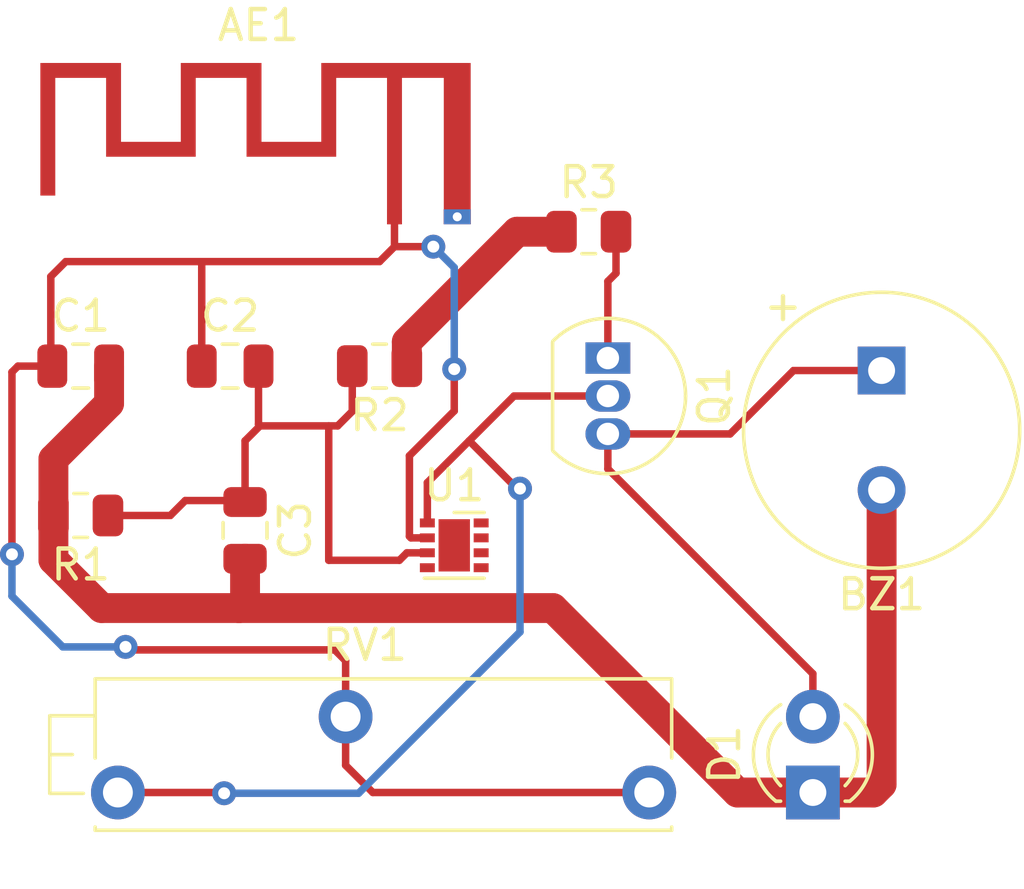
<source format=kicad_pcb>
(kicad_pcb (version 20211014) (generator pcbnew)
  (layers (0 "F.Cu" signal) (31 "B.Cu" signal) (34 "B.Paste" user) (35 "F.Paste" user) (36 "B.SilkS" user "B.Silkscreen") (37 "F.SilkS" user "F.Silkscreen") (38 "B.Mask" user) (39 "F.Mask" user) (44 "Edge.Cuts" user))
  (net 0 "")
  (net 1 "Net-(AE1-Pad1)")
  (net 2 "Net-(BZ1-Pad1)")
  (net 3 "Earth")
  (net 4 "Net-(C2-Pad2)")
  (net 5 "Net-(Q1-Pad1)")
  (net 6 "Net-(Q1-Pad2)")
  (net 7 "+9V")
  (footprint "RF_Antenna:Texas_SWRA117D_2.4GHz_Left" (layer "F.Cu") (at 86.5 49)
    (fp_text reference "AE1" (at -4.55 -6.41) (layer "F.SilkS"))
    (fp_text value "Antenna")
    (fp_poly (pts (xy -2.45 -2.51) (xy -4.45 -2.51) (xy -4.45 -5.15) (xy -7.15 -5.15) (xy -7.15 -2.51) (xy -9.15 -2.51) (xy -9.15 -5.15) (xy -11.85 -5.15) (xy -11.85 -0.71) (xy -11.35 -0.71) (xy -11.35 -4.65) (xy -9.65 -4.65) (xy -9.65 -2.01) (xy -6.65 -2.01) (xy -6.65 -4.65) (xy -4.95 -4.65) (xy -4.95 -2.01) (xy -1.95 -2.01) (xy -1.95 -4.65) (xy -0.25 -4.65) (xy -0.25 0.25) (xy 0.25 0.25) (xy 0.25 -4.65) (xy 1.65 -4.65) (xy 1.65 0.25) (xy 2.55 0.25) (xy 2.55 0.006785) (xy 2.247583 0.006785) (xy 2.237742 0.054395) (xy 2.213674 0.096797) (xy 2.175731 0.129581) (xy 2.167819 0.133935) (xy 2.125156 0.146043) (xy 2.076637 0.1453) (xy 2.031122 0.1324) (xy 2.012511 0.121787) (xy 1.978868 0.086553) (xy 1.958309 0.041368) (xy 1.951778 -0.008158) (xy 1.960218 -0.056417) (xy 1.977112 -0.088643) (xy 2.012372 -0.121313) (xy 2.057682 -0.141408) (xy 2.107267 -0.147982) (xy 2.155353 -0.140092) (xy 2.188245 -0.123186) (xy 2.223185 -0.086416) (xy 2.242847 -0.041622) (xy 2.247583 0.006785) (xy 2.55 0.006785) (xy 2.55 -5.15) (xy -2.45 -5.15) (xy -2.45 -2.51)) (layer "F.Cu") (width 0) (fill solid))
    (pad "1" connect rect (at 0 0) (size 0.5 0.5) (layers "F.Cu") (net 1 "Net-(AE1-Pad1)"))
    (pad "2" thru_hole rect (at 2.1 0) (size 0.9 0.5) (drill 0.3) (layers *.Cu))
  )
  (footprint "Buzzer_Beeper:MagneticBuzzer_CUI_CST-931RP-A" (layer "F.Cu") (at 102.8 54.147139)
    (fp_text reference "BZ1" (at 0 7.5) (layer "F.SilkS"))
    (fp_text value "Buzzer")
    (fp_text user "+" (at -3.3 -2.18) (layer "F.SilkS"))
    (fp_circle (center 0 2) (end 4.62 2) (layer "F.SilkS") (width 0.12) (fill none))
    (pad "1" thru_hole rect (at 0 0) (size 1.6 1.6) (drill 0.9) (layers *.Cu *.Mask) (net 2 "Net-(BZ1-Pad1)"))
    (pad "2" thru_hole circle (at 0 4) (size 1.6 1.6) (drill 0.9) (layers *.Cu *.Mask) (net 3 "Earth"))
  )
  (footprint "Resistor_SMD:R_0805_2012Metric" (layer "F.Cu") (at 76 59 180)
    (fp_text reference "R1" (at 0 -1.65) (layer "F.SilkS"))
    (fp_text value "100k")
    (fp_line (start -0.227064 0.735) (end 0.227064 0.735) (layer "F.SilkS") (width 0.12))
    (fp_line (start -0.227064 -0.735) (end 0.227064 -0.735) (layer "F.SilkS") (width 0.12))
    (pad "1" smd roundrect (at -0.9125 0 180) (size 1.025 1.4) (layers "F.Cu" "F.Paste" "F.Mask") (roundrect_rratio 0.243902) (net 4 "Net-(C2-Pad2)"))
    (pad "2" smd roundrect (at 0.9125 0 180) (size 1.025 1.4) (layers "F.Cu" "F.Paste" "F.Mask") (roundrect_rratio 0.243902) (net 3 "Earth"))
  )
  (footprint "Package_DFN_QFN:DFN-8-1EP_2x2mm_P0.5mm_EP1.05x1.75mm" (layer "F.Cu") (at 88.5 60)
    (fp_text reference "U1" (at 0 -2) (layer "F.SilkS"))
    (fp_text value "LM358_DFN")
    (fp_line (start -1 1.1) (end 1 1.1) (layer "F.SilkS") (width 0.12))
    (fp_line (start 0 -1.1) (end 1 -1.1) (layer "F.SilkS") (width 0.12))
    (pad "1" smd rect (at -0.9 -0.75) (size 0.5 0.3) (layers "F.Cu" "F.Paste" "F.Mask") (net 6 "Net-(Q1-Pad2)"))
    (pad "2" smd rect (at -0.9 -0.25) (size 0.5 0.3) (layers "F.Cu" "F.Paste" "F.Mask") (net 1 "Net-(AE1-Pad1)"))
    (pad "3" smd rect (at -0.9 0.25) (size 0.5 0.3) (layers "F.Cu" "F.Paste" "F.Mask") (net 4 "Net-(C2-Pad2)"))
    (pad "4" smd rect (at -0.9 0.75) (size 0.5 0.3) (layers "F.Cu" "F.Paste" "F.Mask"))
    (pad "5" smd rect (at 0.9 0.75) (size 0.5 0.3) (layers "F.Cu" "F.Paste" "F.Mask"))
    (pad "6" smd rect (at 0.9 0.25) (size 0.5 0.3) (layers "F.Cu" "F.Paste" "F.Mask"))
    (pad "7" smd rect (at 0.9 -0.25) (size 0.5 0.3) (layers "F.Cu" "F.Paste" "F.Mask"))
    (pad "8" smd rect (at 0.9 -0.75) (size 0.5 0.3) (layers "F.Cu" "F.Paste" "F.Mask"))
    (pad "9" smd rect (at 0 0) (size 1.05 1.75) (layers "F.Cu" "F.Mask"))
  )
  (footprint "Capacitor_SMD:C_0805_2012Metric" (layer "F.Cu") (at 76 54)
    (fp_text reference "C1" (at 0 -1.68) (layer "F.SilkS"))
    (fp_text value "1uF")
    (fp_line (start -0.261252 -0.735) (end 0.261252 -0.735) (layer "F.SilkS") (width 0.12))
    (fp_line (start -0.261252 0.735) (end 0.261252 0.735) (layer "F.SilkS") (width 0.12))
    (pad "1" smd roundrect (at -0.95 0) (size 1 1.45) (layers "F.Cu" "F.Paste" "F.Mask") (net 1 "Net-(AE1-Pad1)"))
    (pad "2" smd roundrect (at 0.95 0) (size 1 1.45) (layers "F.Cu" "F.Paste" "F.Mask") (net 3 "Earth"))
  )
  (footprint "Package_TO_SOT_THT:TO-92_Inline" (layer "F.Cu") (at 93.64 53.73 -90)
    (fp_text reference "Q1" (at 1.27 -3.56 90) (layer "F.SilkS"))
    (fp_text value "BC548")
    (fp_line (start -0.53 1.85) (end 3.07 1.85) (layer "F.SilkS") (width 0.12))
    (fp_arc (start 1.27 -2.6) (mid 3.672087 -0.994977) (end 3.108478 1.838478) (layer "F.SilkS") (width 0.12))
    (fp_arc (start -0.568478 1.838478) (mid -1.132087 -0.994977) (end 1.27 -2.6) (layer "F.SilkS") (width 0.12))
    (pad "1" thru_hole rect (at 0 0 270) (size 1.05 1.5) (drill 0.75) (layers *.Cu *.Mask) (net 5 "Net-(Q1-Pad1)"))
    (pad "2" thru_hole oval (at 1.27 0 270) (size 1.05 1.5) (drill 0.75) (layers *.Cu *.Mask) (net 6 "Net-(Q1-Pad2)"))
    (pad "3" thru_hole oval (at 2.54 0 270) (size 1.05 1.5) (drill 0.75) (layers *.Cu *.Mask) (net 2 "Net-(BZ1-Pad1)"))
  )
  (footprint "Capacitor_SMD:C_0805_2012Metric" (layer "F.Cu") (at 81.5 59.5 -90)
    (fp_text reference "C3" (at 0 -1.68 90) (layer "F.SilkS"))
    (fp_text value "100uF")
    (fp_line (start -0.261252 -0.735) (end 0.261252 -0.735) (layer "F.SilkS") (width 0.12))
    (fp_line (start -0.261252 0.735) (end 0.261252 0.735) (layer "F.SilkS") (width 0.12))
    (pad "1" smd roundrect (at -0.95 0 270) (size 1 1.45) (layers "F.Cu" "F.Paste" "F.Mask") (net 4 "Net-(C2-Pad2)"))
    (pad "2" smd roundrect (at 0.95 0 270) (size 1 1.45) (layers "F.Cu" "F.Paste" "F.Mask") (net 3 "Earth"))
  )
  (footprint "LED_THT:LED_D3.0mm" (layer "F.Cu") (at 100.5 68.275 90)
    (fp_text reference "D1" (at 1.27 -2.96 90) (layer "F.SilkS"))
    (fp_text value "LED")
    (fp_line (start -0.29 -1.236) (end -0.29 -1.08) (layer "F.SilkS") (width 0.12))
    (fp_line (start -0.29 1.08) (end -0.29 1.236) (layer "F.SilkS") (width 0.12))
    (fp_arc (start -0.29 -1.235516) (mid 1.366487 -1.987659) (end 2.942335 -1.078608) (layer "F.SilkS") (width 0.12))
    (fp_arc (start 2.942335 1.078608) (mid 1.366487 1.987659) (end -0.29 1.235516) (layer "F.SilkS") (width 0.12))
    (fp_arc (start 2.31113 1.079837) (mid 1.270117 1.5) (end 0.229039 1.08) (layer "F.SilkS") (width 0.12))
    (fp_arc (start 0.229039 -1.08) (mid 1.270117 -1.5) (end 2.31113 -1.079837) (layer "F.SilkS") (width 0.12))
    (pad "1" thru_hole rect (at 0 0 90) (size 1.8 1.8) (drill 0.9) (layers *.Cu *.Mask) (net 3 "Earth"))
    (pad "2" thru_hole circle (at 2.54 0 90) (size 1.8 1.8) (drill 0.9) (layers *.Cu *.Mask) (net 2 "Net-(BZ1-Pad1)"))
  )
  (footprint "Resistor_SMD:R_0805_2012Metric" (layer "F.Cu") (at 93 49.5)
    (fp_text reference "R3" (at 0 -1.65) (layer "F.SilkS"))
    (fp_text value "1k")
    (fp_line (start -0.227064 -0.735) (end 0.227064 -0.735) (layer "F.SilkS") (width 0.12))
    (fp_line (start -0.227064 0.735) (end 0.227064 0.735) (layer "F.SilkS") (width 0.12))
    (pad "1" smd roundrect (at -0.9125 0) (size 1.025 1.4) (layers "F.Cu" "F.Paste" "F.Mask") (roundrect_rratio 0.243902) (net 7 "+9V"))
    (pad "2" smd roundrect (at 0.9125 0) (size 1.025 1.4) (layers "F.Cu" "F.Paste" "F.Mask") (roundrect_rratio 0.243902) (net 5 "Net-(Q1-Pad1)"))
  )
  (footprint "Capacitor_SMD:C_0805_2012Metric" (layer "F.Cu") (at 81 54)
    (fp_text reference "C2" (at 0 -1.68) (layer "F.SilkS"))
    (fp_text value "1uF")
    (fp_line (start -0.261252 -0.735) (end 0.261252 -0.735) (layer "F.SilkS") (width 0.12))
    (fp_line (start -0.261252 0.735) (end 0.261252 0.735) (layer "F.SilkS") (width 0.12))
    (pad "1" smd roundrect (at -0.95 0) (size 1 1.45) (layers "F.Cu" "F.Paste" "F.Mask") (net 1 "Net-(AE1-Pad1)"))
    (pad "2" smd roundrect (at 0.95 0) (size 1 1.45) (layers "F.Cu" "F.Paste" "F.Mask") (net 4 "Net-(C2-Pad2)"))
  )
  (footprint "Potentiometer_THT:Potentiometer_Bourns_3009Y_Horizontal" (layer "F.Cu") (at 95.025 68.275)
    (fp_text reference "RV1" (at -9.52 -4.935) (layer "F.SilkS"))
    (fp_text value "1MR")
    (fp_line (start -20.06 -1.27) (end -19.301 -1.27) (layer "F.SilkS") (width 0.12))
    (fp_line (start -20.06 -2.569) (end -20.06 0.03) (layer "F.SilkS") (width 0.12))
    (fp_line (start -18.54 -3.805) (end -18.54 -1.155) (layer "F.SilkS") (width 0.12))
    (fp_line (start -20.06 -2.569) (end -18.541 -2.569) (layer "F.SilkS") (width 0.12))
    (fp_line (start -18.54 1.265) (end 0.75 1.265) (layer "F.SilkS") (width 0.12))
    (fp_line (start -20.06 0.03) (end -18.935 0.03) (layer "F.SilkS") (width 0.12))
    (fp_line (start 0.75 1.155) (end 0.75 1.265) (layer "F.SilkS") (width 0.12))
    (fp_line (start -18.541 -2.569) (end -18.541 -1.155) (layer "F.SilkS") (width 0.12))
    (fp_line (start -18.54 -3.805) (end 0.75 -3.805) (layer "F.SilkS") (width 0.12))
    (fp_line (start -18.54 1.155) (end -18.54 1.265) (layer "F.SilkS") (width 0.12))
    (fp_line (start 0.75 -3.805) (end 0.75 -1.155) (layer "F.SilkS") (width 0.12))
    (pad "1" thru_hole circle (at 0 0) (size 1.8 1.8) (drill 1) (layers *.Cu *.Mask) (net 1 "Net-(AE1-Pad1)"))
    (pad "2" thru_hole circle (at -10.16 -2.54) (size 1.8 1.8) (drill 1) (layers *.Cu *.Mask) (net 1 "Net-(AE1-Pad1)"))
    (pad "3" thru_hole circle (at -17.78 0) (size 1.8 1.8) (drill 1) (layers *.Cu *.Mask) (net 6 "Net-(Q1-Pad2)"))
  )
  (footprint "Resistor_SMD:R_0805_2012Metric" (layer "F.Cu") (at 86 54 180)
    (fp_text reference "R2" (at 0 -1.65) (layer "F.SilkS"))
    (fp_text value "220k")
    (fp_line (start -0.227064 -0.735) (end 0.227064 -0.735) (layer "F.SilkS") (width 0.12))
    (fp_line (start -0.227064 0.735) (end 0.227064 0.735) (layer "F.SilkS") (width 0.12))
    (pad "1" smd roundrect (at -0.9125 0 180) (size 1.025 1.4) (layers "F.Cu" "F.Paste" "F.Mask") (roundrect_rratio 0.243902) (net 7 "+9V"))
    (pad "2" smd roundrect (at 0.9125 0 180) (size 1.025 1.4) (layers "F.Cu" "F.Paste" "F.Mask") (roundrect_rratio 0.243902) (net 4 "Net-(C2-Pad2)"))
  )
  (segment (start 80 50.5) (end 86 50.5) (width 0.25) (layer "F.Cu") (net 1))
  (segment (start 87.6 59.75) (end 87.050978 59.75) (width 0.25) (layer "F.Cu") (net 1))
  (segment (start 86 50.5) (end 86.5 50) (width 0.25) (layer "F.Cu") (net 1))
  (segment (start 80.05 54) (end 80.05 50.55) (width 0.25) (layer "F.Cu") (net 1))
  (segment (start 73.9 54) (end 75.05 54) (width 0.25) (layer "F.Cu") (net 1))
  (segment (start 87.050978 59.75) (end 87 59.699022) (width 0.25) (layer "F.Cu") (net 1))
  (segment (start 87.8 50) (end 86.5 50) (width 0.25) (layer "F.Cu") (net 1))
  (segment (start 75.5 50.5) (end 80 50.5) (width 0.25) (layer "F.Cu") (net 1))
  (segment (start 80.05 50.55) (end 80 50.5) (width 0.25) (layer "F.Cu") (net 1))
  (segment (start 87 59.699022) (end 87 57) (width 0.25) (layer "F.Cu") (net 1))
  (segment (start 73.7 54.2) (end 73.9 54) (width 0.25) (layer "F.Cu") (net 1))
  (segment (start 75.05 54) (end 75 53.95) (width 0.25) (layer "F.Cu") (net 1))
  (segment (start 85.775 68.275) (end 84.865 67.365) (width 0.25) (layer "F.Cu") (net 1))
  (segment (start 87 57) (end 88.5 55.5) (width 0.25) (layer "F.Cu") (net 1))
  (segment (start 77.6 63.5) (end 84.5 63.5) (width 0.25) (layer "F.Cu") (net 1))
  (segment (start 77.5 63.4) (end 77.6 63.5) (width 0.25) (layer "F.Cu") (net 1))
  (segment (start 88.5 55.5) (end 88.5 54.1) (width 0.25) (layer "F.Cu") (net 1))
  (segment (start 84.865 67.365) (end 84.865 65.735) (width 0.25) (layer "F.Cu") (net 1))
  (segment (start 75 51) (end 75.5 50.5) (width 0.25) (layer "F.Cu") (net 1))
  (segment (start 73.7 60.3) (end 73.7 54.2) (width 0.25) (layer "F.Cu") (net 1))
  (segment (start 84.5 63.5) (end 84.865 63.865) (width 0.25) (layer "F.Cu") (net 1))
  (segment (start 75 53.95) (end 75 51) (width 0.25) (layer "F.Cu") (net 1))
  (segment (start 95.025 68.275) (end 85.775 68.275) (width 0.25) (layer "F.Cu") (net 1))
  (segment (start 86.5 50) (end 86.5 49) (width 0.25) (layer "F.Cu") (net 1))
  (segment (start 84.865 63.865) (end 84.865 65.735) (width 0.25) (layer "F.Cu") (net 1))
  (via (at 73.7 60.3) (size 0.8) (drill 0.4) (layers "F.Cu" "B.Cu") (net 1))
  (via (at 88.5 54.1) (size 0.8) (drill 0.4) (layers "F.Cu" "B.Cu") (net 1))
  (via (at 87.8 50) (size 0.8) (drill 0.4) (layers "F.Cu" "B.Cu") (net 1))
  (via (at 77.5 63.4) (size 0.8) (drill 0.4) (layers "F.Cu" "B.Cu") (net 1))
  (segment (start 75.4 63.4) (end 73.7 61.7) (width 0.25) (layer "B.Cu") (net 1))
  (segment (start 77.5 63.4) (end 75.4 63.4) (width 0.25) (layer "B.Cu") (net 1))
  (segment (start 87.8 50) (end 88.5 50.7) (width 0.25) (layer "B.Cu") (net 1))
  (segment (start 88.5 50.7) (end 88.5 54.1) (width 0.25) (layer "B.Cu") (net 1))
  (segment (start 73.7 61.7) (end 73.7 60.3) (width 0.25) (layer "B.Cu") (net 1))
  (segment (start 102.8 54.147139) (end 99.852861 54.147139) (width 0.25) (layer "F.Cu") (net 2))
  (segment (start 100.5 64.3) (end 93.64 57.44) (width 0.25) (layer "F.Cu") (net 2))
  (segment (start 100.5 65.735) (end 100.5 64.3) (width 0.25) (layer "F.Cu") (net 2))
  (segment (start 93.64 57.44) (end 93.64 56.27) (width 0.25) (layer "F.Cu") (net 2))
  (segment (start 99.852861 54.147139) (end 97.73 56.27) (width 0.25) (layer "F.Cu") (net 2))
  (segment (start 97.73 56.27) (end 93.64 56.27) (width 0.25) (layer "F.Cu") (net 2))
  (segment (start 76.95 55.25) (end 75.0875 57.1125) (width 1) (layer "F.Cu") (net 3))
  (segment (start 76.7 62.1) (end 81.3 62.1) (width 1) (layer "F.Cu") (net 3))
  (segment (start 102.8 58.147139) (end 102.8 68) (width 1) (layer "F.Cu") (net 3))
  (segment (start 81.5 61.9) (end 81.5 60.45) (width 1) (layer "F.Cu") (net 3))
  (segment (start 75.0875 59) (end 75.0875 60.4875) (width 1) (layer "F.Cu") (net 3))
  (segment (start 91.8 62.1) (end 81.3 62.1) (width 1) (layer "F.Cu") (net 3))
  (segment (start 75.0875 57.1125) (end 75.0875 59) (width 1) (layer "F.Cu") (net 3))
  (segment (start 81.3 62.1) (end 81.5 61.9) (width 1) (layer "F.Cu") (net 3))
  (segment (start 100.5 68.275) (end 97.975 68.275) (width 1) (layer "F.Cu") (net 3))
  (segment (start 102.8 68) (end 102.525 68.275) (width 1) (layer "F.Cu") (net 3))
  (segment (start 75.0875 60.4875) (end 76.7 62.1) (width 1) (layer "F.Cu") (net 3))
  (segment (start 76.95 54) (end 76.95 55.25) (width 1) (layer "F.Cu") (net 3))
  (segment (start 102.525 68.275) (end 100.5 68.275) (width 1) (layer "F.Cu") (net 3))
  (segment (start 97.975 68.275) (end 91.8 62.1) (width 1) (layer "F.Cu") (net 3))
  (segment (start 86.915261 60.25) (end 86.665261 60.5) (width 0.25) (layer "F.Cu") (net 4))
  (segment (start 84.6 56) (end 85.0875 55.5125) (width 0.25) (layer "F.Cu") (net 4))
  (segment (start 79 59) (end 79.5 58.5) (width 0.25) (layer "F.Cu") (net 4))
  (segment (start 76.9125 59) (end 79 59) (width 0.25) (layer "F.Cu") (net 4))
  (segment (start 86.665261 60.5) (end 84.3 60.5) (width 0.25) (layer "F.Cu") (net 4))
  (segment (start 81.5 58.55) (end 81.5 56.5) (width 0.25) (layer "F.Cu") (net 4))
  (segment (start 79.5 58.5) (end 81.45 58.5) (width 0.25) (layer "F.Cu") (net 4))
  (segment (start 81.5 56.5) (end 82 56) (width 0.25) (layer "F.Cu") (net 4))
  (segment (start 85.0875 55.5125) (end 85.0875 54) (width 0.25) (layer "F.Cu") (net 4))
  (segment (start 81.95 55.95) (end 82 56) (width 0.25) (layer "F.Cu") (net 4))
  (segment (start 84.3 60.5) (end 84.3 56) (width 0.25) (layer "F.Cu") (net 4))
  (segment (start 81.45 58.5) (end 81.5 58.55) (width 0.25) (layer "F.Cu") (net 4))
  (segment (start 87.6 60.25) (end 86.915261 60.25) (width 0.25) (layer "F.Cu") (net 4))
  (segment (start 81.95 54) (end 81.95 55.95) (width 0.25) (layer "F.Cu") (net 4))
  (segment (start 82 56) (end 84.6 56) (width 0.25) (layer "F.Cu") (net 4))
  (segment (start 93.9125 50.8875) (end 93.64 51.16) (width 0.25) (layer "F.Cu") (net 5))
  (segment (start 93.9125 49.5) (end 93.9125 50.8875) (width 0.25) (layer "F.Cu") (net 5))
  (segment (start 93.64 51.16) (end 93.64 53.73) (width 0.25) (layer "F.Cu") (net 5))
  (segment (start 90.5 57.9) (end 90.4 57.9) (width 0.25) (layer "F.Cu") (net 6))
  (segment (start 90.5 55) (end 93.64 55) (width 0.25) (layer "F.Cu") (net 6))
  (segment (start 87.6 59.25) (end 87.6 57.9) (width 0.25) (layer "F.Cu") (net 6))
  (segment (start 77.245 68.275) (end 80.775 68.275) (width 0.25) (layer "F.Cu") (net 6))
  (segment (start 87.6 57.9) (end 90.5 55) (width 0.25) (layer "F.Cu") (net 6))
  (segment (start 90.7 58.1) (end 90.5 57.9) (width 0.25) (layer "F.Cu") (net 6))
  (segment (start 80.775 68.275) (end 80.8 68.3) (width 0.25) (layer "F.Cu") (net 6))
  (segment (start 90.4 57.9) (end 89 56.5) (width 0.25) (layer "F.Cu") (net 6))
  (via (at 90.7 58.1) (size 0.8) (drill 0.4) (layers "F.Cu" "B.Cu") (net 6))
  (via (at 80.8 68.3) (size 0.8) (drill 0.4) (layers "F.Cu" "B.Cu") (net 6))
  (segment (start 90.7 62.9) (end 85.3 68.3) (width 0.25) (layer "B.Cu") (net 6))
  (segment (start 85.3 68.3) (end 80.8 68.3) (width 0.25) (layer "B.Cu") (net 6))
  (segment (start 90.7 58.1) (end 90.7 62.9) (width 0.25) (layer "B.Cu") (net 6))
  (segment (start 86.9125 53.1875) (end 90.6 49.5) (width 1) (layer "F.Cu") (net 7))
  (segment (start 90.6 49.5) (end 92.0875 49.5) (width 1) (layer "F.Cu") (net 7))
  (segment (start 86.9125 54) (end 86.9125 53.1875) (width 1) (layer "F.Cu") (net 7))
)
</source>
